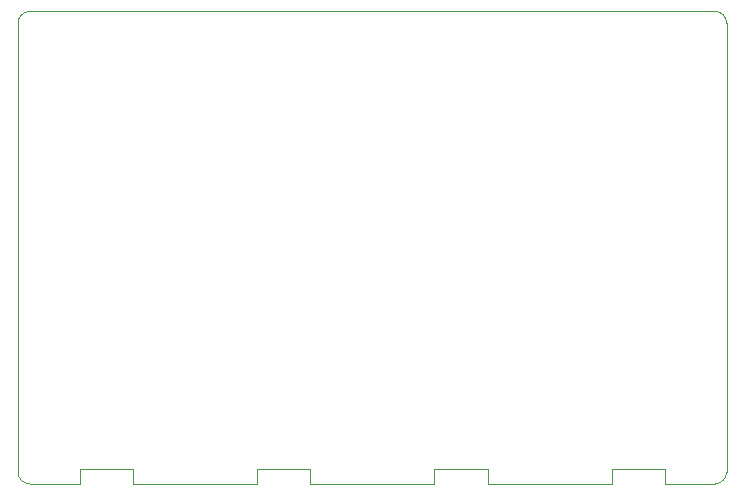
<source format=gbr>
%TF.GenerationSoftware,KiCad,Pcbnew,7.0.6-7.0.6~ubuntu22.04.1*%
%TF.CreationDate,2023-08-06T19:07:11+12:00*%
%TF.ProjectId,AUX_SWITCH,4155585f-5357-4495-9443-482e6b696361,v1.0*%
%TF.SameCoordinates,Original*%
%TF.FileFunction,Profile,NP*%
%FSLAX46Y46*%
G04 Gerber Fmt 4.6, Leading zero omitted, Abs format (unit mm)*
G04 Created by KiCad (PCBNEW 7.0.6-7.0.6~ubuntu22.04.1) date 2023-08-06 19:07:11*
%MOMM*%
%LPD*%
G01*
G04 APERTURE LIST*
%TA.AperFunction,Profile*%
%ADD10C,0.050000*%
%TD*%
G04 APERTURE END LIST*
D10*
X140000002Y-116900000D02*
G75*
G03*
X141000000Y-117900000I999998J-2D01*
G01*
X141000000Y-77900002D02*
G75*
G03*
X140000000Y-78900000I-2J-999998D01*
G01*
X199999998Y-78900000D02*
G75*
G03*
X199000000Y-77900000I-999999J1D01*
G01*
X199000000Y-117899998D02*
G75*
G03*
X200000000Y-116900000I3J999997D01*
G01*
X157000000Y-117900000D02*
X153000000Y-117900000D01*
X172000000Y-117900000D02*
X168000000Y-117900000D01*
X200000000Y-116900000D02*
X200000000Y-78900000D01*
X187000000Y-117900000D02*
X183000000Y-117900000D01*
X198000000Y-117900000D02*
X199000000Y-117900000D01*
X142000000Y-117900000D02*
X141000000Y-117900000D01*
X199000000Y-77900000D02*
X141000000Y-77900000D01*
X140000000Y-78900000D02*
X140000000Y-116900000D01*
%TO.C,J4*%
X164750000Y-117900000D02*
X168000000Y-117900000D01*
X164750000Y-117900000D02*
X164750000Y-116600000D01*
X164750000Y-116600000D02*
X160250000Y-116600000D01*
X160250000Y-117900000D02*
X157000000Y-117900000D01*
X160250000Y-116600000D02*
X160250000Y-117900000D01*
%TO.C,J6*%
X149750000Y-117900000D02*
X153000000Y-117900000D01*
X149750000Y-117900000D02*
X149750000Y-116600000D01*
X149750000Y-116600000D02*
X145250000Y-116600000D01*
X145250000Y-117900000D02*
X142000000Y-117900000D01*
X145250000Y-116600000D02*
X145250000Y-117900000D01*
%TO.C,J7*%
X179750000Y-117900000D02*
X183000000Y-117900000D01*
X179750000Y-117900000D02*
X179750000Y-116600000D01*
X179750000Y-116600000D02*
X175250000Y-116600000D01*
X175250000Y-117900000D02*
X172000000Y-117900000D01*
X175250000Y-116600000D02*
X175250000Y-117900000D01*
%TO.C,J5*%
X194750000Y-117900000D02*
X198000000Y-117900000D01*
X194750000Y-117900000D02*
X194750000Y-116600000D01*
X194750000Y-116600000D02*
X190250000Y-116600000D01*
X190250000Y-117900000D02*
X187000000Y-117900000D01*
X190250000Y-116600000D02*
X190250000Y-117900000D01*
%TD*%
M02*

</source>
